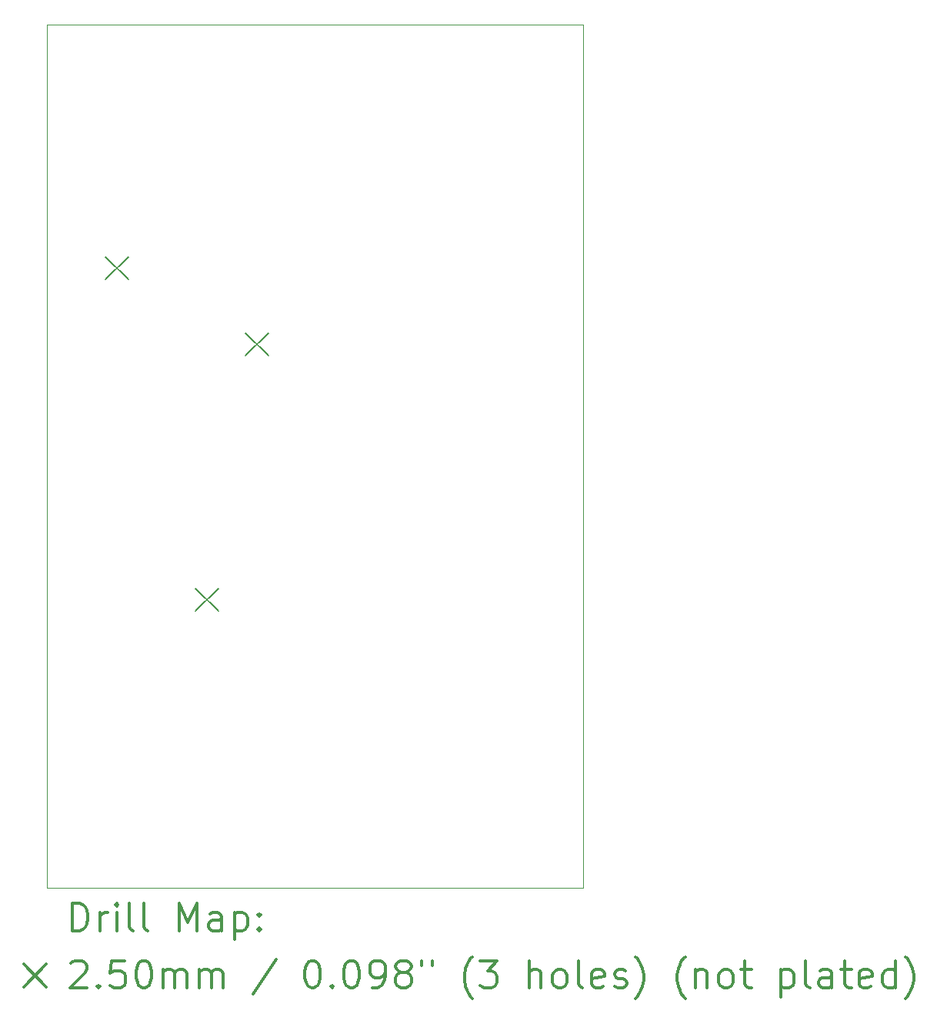
<source format=gbr>
%FSLAX45Y45*%
G04 Gerber Fmt 4.5, Leading zero omitted, Abs format (unit mm)*
G04 Created by KiCad (PCBNEW (5.0.0-rc2-dev)) date Thu Jun 18 08:20:39 2020*
%MOMM*%
%LPD*%
G01*
G04 APERTURE LIST*
%ADD10C,0.100000*%
%ADD11C,0.200000*%
%ADD12C,0.300000*%
G04 APERTURE END LIST*
D10*
X0Y9500000D02*
X0Y0D01*
X5900000Y9500000D02*
X0Y9500000D01*
X5900000Y0D02*
X5900000Y9500000D01*
X0Y0D02*
X5900000Y0D01*
D11*
X1635000Y3295000D02*
X1885000Y3045000D01*
X1885000Y3295000D02*
X1635000Y3045000D01*
X645000Y6945000D02*
X895000Y6695000D01*
X895000Y6945000D02*
X645000Y6695000D01*
X2185000Y6105000D02*
X2435000Y5855000D01*
X2435000Y6105000D02*
X2185000Y5855000D01*
D12*
X281428Y-470714D02*
X281428Y-170714D01*
X352857Y-170714D01*
X395714Y-185000D01*
X424286Y-213571D01*
X438571Y-242143D01*
X452857Y-299286D01*
X452857Y-342143D01*
X438571Y-399286D01*
X424286Y-427857D01*
X395714Y-456429D01*
X352857Y-470714D01*
X281428Y-470714D01*
X581428Y-470714D02*
X581428Y-270714D01*
X581428Y-327857D02*
X595714Y-299286D01*
X610000Y-285000D01*
X638571Y-270714D01*
X667143Y-270714D01*
X767143Y-470714D02*
X767143Y-270714D01*
X767143Y-170714D02*
X752857Y-185000D01*
X767143Y-199286D01*
X781428Y-185000D01*
X767143Y-170714D01*
X767143Y-199286D01*
X952857Y-470714D02*
X924286Y-456429D01*
X910000Y-427857D01*
X910000Y-170714D01*
X1110000Y-470714D02*
X1081428Y-456429D01*
X1067143Y-427857D01*
X1067143Y-170714D01*
X1452857Y-470714D02*
X1452857Y-170714D01*
X1552857Y-385000D01*
X1652857Y-170714D01*
X1652857Y-470714D01*
X1924286Y-470714D02*
X1924286Y-313572D01*
X1910000Y-285000D01*
X1881428Y-270714D01*
X1824286Y-270714D01*
X1795714Y-285000D01*
X1924286Y-456429D02*
X1895714Y-470714D01*
X1824286Y-470714D01*
X1795714Y-456429D01*
X1781428Y-427857D01*
X1781428Y-399286D01*
X1795714Y-370714D01*
X1824286Y-356429D01*
X1895714Y-356429D01*
X1924286Y-342143D01*
X2067143Y-270714D02*
X2067143Y-570714D01*
X2067143Y-285000D02*
X2095714Y-270714D01*
X2152857Y-270714D01*
X2181428Y-285000D01*
X2195714Y-299286D01*
X2210000Y-327857D01*
X2210000Y-413571D01*
X2195714Y-442143D01*
X2181428Y-456429D01*
X2152857Y-470714D01*
X2095714Y-470714D01*
X2067143Y-456429D01*
X2338571Y-442143D02*
X2352857Y-456429D01*
X2338571Y-470714D01*
X2324286Y-456429D01*
X2338571Y-442143D01*
X2338571Y-470714D01*
X2338571Y-285000D02*
X2352857Y-299286D01*
X2338571Y-313572D01*
X2324286Y-299286D01*
X2338571Y-285000D01*
X2338571Y-313572D01*
X-255000Y-840000D02*
X-5000Y-1090000D01*
X-5000Y-840000D02*
X-255000Y-1090000D01*
X267143Y-829286D02*
X281428Y-815000D01*
X310000Y-800714D01*
X381428Y-800714D01*
X410000Y-815000D01*
X424286Y-829286D01*
X438571Y-857857D01*
X438571Y-886429D01*
X424286Y-929286D01*
X252857Y-1100714D01*
X438571Y-1100714D01*
X567143Y-1072143D02*
X581428Y-1086429D01*
X567143Y-1100714D01*
X552857Y-1086429D01*
X567143Y-1072143D01*
X567143Y-1100714D01*
X852857Y-800714D02*
X710000Y-800714D01*
X695714Y-943571D01*
X710000Y-929286D01*
X738571Y-915000D01*
X810000Y-915000D01*
X838571Y-929286D01*
X852857Y-943571D01*
X867143Y-972143D01*
X867143Y-1043571D01*
X852857Y-1072143D01*
X838571Y-1086429D01*
X810000Y-1100714D01*
X738571Y-1100714D01*
X710000Y-1086429D01*
X695714Y-1072143D01*
X1052857Y-800714D02*
X1081428Y-800714D01*
X1110000Y-815000D01*
X1124286Y-829286D01*
X1138571Y-857857D01*
X1152857Y-915000D01*
X1152857Y-986429D01*
X1138571Y-1043571D01*
X1124286Y-1072143D01*
X1110000Y-1086429D01*
X1081428Y-1100714D01*
X1052857Y-1100714D01*
X1024286Y-1086429D01*
X1010000Y-1072143D01*
X995714Y-1043571D01*
X981428Y-986429D01*
X981428Y-915000D01*
X995714Y-857857D01*
X1010000Y-829286D01*
X1024286Y-815000D01*
X1052857Y-800714D01*
X1281428Y-1100714D02*
X1281428Y-900714D01*
X1281428Y-929286D02*
X1295714Y-915000D01*
X1324286Y-900714D01*
X1367143Y-900714D01*
X1395714Y-915000D01*
X1410000Y-943571D01*
X1410000Y-1100714D01*
X1410000Y-943571D02*
X1424286Y-915000D01*
X1452857Y-900714D01*
X1495714Y-900714D01*
X1524286Y-915000D01*
X1538571Y-943571D01*
X1538571Y-1100714D01*
X1681428Y-1100714D02*
X1681428Y-900714D01*
X1681428Y-929286D02*
X1695714Y-915000D01*
X1724286Y-900714D01*
X1767143Y-900714D01*
X1795714Y-915000D01*
X1810000Y-943571D01*
X1810000Y-1100714D01*
X1810000Y-943571D02*
X1824286Y-915000D01*
X1852857Y-900714D01*
X1895714Y-900714D01*
X1924286Y-915000D01*
X1938571Y-943571D01*
X1938571Y-1100714D01*
X2524286Y-786429D02*
X2267143Y-1172143D01*
X2910000Y-800714D02*
X2938571Y-800714D01*
X2967143Y-815000D01*
X2981428Y-829286D01*
X2995714Y-857857D01*
X3010000Y-915000D01*
X3010000Y-986429D01*
X2995714Y-1043571D01*
X2981428Y-1072143D01*
X2967143Y-1086429D01*
X2938571Y-1100714D01*
X2910000Y-1100714D01*
X2881428Y-1086429D01*
X2867143Y-1072143D01*
X2852857Y-1043571D01*
X2838571Y-986429D01*
X2838571Y-915000D01*
X2852857Y-857857D01*
X2867143Y-829286D01*
X2881428Y-815000D01*
X2910000Y-800714D01*
X3138571Y-1072143D02*
X3152857Y-1086429D01*
X3138571Y-1100714D01*
X3124286Y-1086429D01*
X3138571Y-1072143D01*
X3138571Y-1100714D01*
X3338571Y-800714D02*
X3367143Y-800714D01*
X3395714Y-815000D01*
X3410000Y-829286D01*
X3424286Y-857857D01*
X3438571Y-915000D01*
X3438571Y-986429D01*
X3424286Y-1043571D01*
X3410000Y-1072143D01*
X3395714Y-1086429D01*
X3367143Y-1100714D01*
X3338571Y-1100714D01*
X3310000Y-1086429D01*
X3295714Y-1072143D01*
X3281428Y-1043571D01*
X3267143Y-986429D01*
X3267143Y-915000D01*
X3281428Y-857857D01*
X3295714Y-829286D01*
X3310000Y-815000D01*
X3338571Y-800714D01*
X3581428Y-1100714D02*
X3638571Y-1100714D01*
X3667143Y-1086429D01*
X3681428Y-1072143D01*
X3710000Y-1029286D01*
X3724286Y-972143D01*
X3724286Y-857857D01*
X3710000Y-829286D01*
X3695714Y-815000D01*
X3667143Y-800714D01*
X3610000Y-800714D01*
X3581428Y-815000D01*
X3567143Y-829286D01*
X3552857Y-857857D01*
X3552857Y-929286D01*
X3567143Y-957857D01*
X3581428Y-972143D01*
X3610000Y-986429D01*
X3667143Y-986429D01*
X3695714Y-972143D01*
X3710000Y-957857D01*
X3724286Y-929286D01*
X3895714Y-929286D02*
X3867143Y-915000D01*
X3852857Y-900714D01*
X3838571Y-872143D01*
X3838571Y-857857D01*
X3852857Y-829286D01*
X3867143Y-815000D01*
X3895714Y-800714D01*
X3952857Y-800714D01*
X3981428Y-815000D01*
X3995714Y-829286D01*
X4010000Y-857857D01*
X4010000Y-872143D01*
X3995714Y-900714D01*
X3981428Y-915000D01*
X3952857Y-929286D01*
X3895714Y-929286D01*
X3867143Y-943571D01*
X3852857Y-957857D01*
X3838571Y-986429D01*
X3838571Y-1043571D01*
X3852857Y-1072143D01*
X3867143Y-1086429D01*
X3895714Y-1100714D01*
X3952857Y-1100714D01*
X3981428Y-1086429D01*
X3995714Y-1072143D01*
X4010000Y-1043571D01*
X4010000Y-986429D01*
X3995714Y-957857D01*
X3981428Y-943571D01*
X3952857Y-929286D01*
X4124286Y-800714D02*
X4124286Y-857857D01*
X4238571Y-800714D02*
X4238571Y-857857D01*
X4681428Y-1215000D02*
X4667143Y-1200714D01*
X4638571Y-1157857D01*
X4624286Y-1129286D01*
X4610000Y-1086429D01*
X4595714Y-1015000D01*
X4595714Y-957857D01*
X4610000Y-886429D01*
X4624286Y-843571D01*
X4638571Y-815000D01*
X4667143Y-772143D01*
X4681428Y-757857D01*
X4767143Y-800714D02*
X4952857Y-800714D01*
X4852857Y-915000D01*
X4895714Y-915000D01*
X4924286Y-929286D01*
X4938571Y-943571D01*
X4952857Y-972143D01*
X4952857Y-1043571D01*
X4938571Y-1072143D01*
X4924286Y-1086429D01*
X4895714Y-1100714D01*
X4810000Y-1100714D01*
X4781428Y-1086429D01*
X4767143Y-1072143D01*
X5310000Y-1100714D02*
X5310000Y-800714D01*
X5438571Y-1100714D02*
X5438571Y-943571D01*
X5424286Y-915000D01*
X5395714Y-900714D01*
X5352857Y-900714D01*
X5324286Y-915000D01*
X5310000Y-929286D01*
X5624286Y-1100714D02*
X5595714Y-1086429D01*
X5581428Y-1072143D01*
X5567143Y-1043571D01*
X5567143Y-957857D01*
X5581428Y-929286D01*
X5595714Y-915000D01*
X5624286Y-900714D01*
X5667143Y-900714D01*
X5695714Y-915000D01*
X5710000Y-929286D01*
X5724286Y-957857D01*
X5724286Y-1043571D01*
X5710000Y-1072143D01*
X5695714Y-1086429D01*
X5667143Y-1100714D01*
X5624286Y-1100714D01*
X5895714Y-1100714D02*
X5867143Y-1086429D01*
X5852857Y-1057857D01*
X5852857Y-800714D01*
X6124286Y-1086429D02*
X6095714Y-1100714D01*
X6038571Y-1100714D01*
X6010000Y-1086429D01*
X5995714Y-1057857D01*
X5995714Y-943571D01*
X6010000Y-915000D01*
X6038571Y-900714D01*
X6095714Y-900714D01*
X6124286Y-915000D01*
X6138571Y-943571D01*
X6138571Y-972143D01*
X5995714Y-1000714D01*
X6252857Y-1086429D02*
X6281428Y-1100714D01*
X6338571Y-1100714D01*
X6367143Y-1086429D01*
X6381428Y-1057857D01*
X6381428Y-1043571D01*
X6367143Y-1015000D01*
X6338571Y-1000714D01*
X6295714Y-1000714D01*
X6267143Y-986429D01*
X6252857Y-957857D01*
X6252857Y-943571D01*
X6267143Y-915000D01*
X6295714Y-900714D01*
X6338571Y-900714D01*
X6367143Y-915000D01*
X6481428Y-1215000D02*
X6495714Y-1200714D01*
X6524286Y-1157857D01*
X6538571Y-1129286D01*
X6552857Y-1086429D01*
X6567143Y-1015000D01*
X6567143Y-957857D01*
X6552857Y-886429D01*
X6538571Y-843571D01*
X6524286Y-815000D01*
X6495714Y-772143D01*
X6481428Y-757857D01*
X7024286Y-1215000D02*
X7010000Y-1200714D01*
X6981428Y-1157857D01*
X6967143Y-1129286D01*
X6952857Y-1086429D01*
X6938571Y-1015000D01*
X6938571Y-957857D01*
X6952857Y-886429D01*
X6967143Y-843571D01*
X6981428Y-815000D01*
X7010000Y-772143D01*
X7024286Y-757857D01*
X7138571Y-900714D02*
X7138571Y-1100714D01*
X7138571Y-929286D02*
X7152857Y-915000D01*
X7181428Y-900714D01*
X7224286Y-900714D01*
X7252857Y-915000D01*
X7267143Y-943571D01*
X7267143Y-1100714D01*
X7452857Y-1100714D02*
X7424286Y-1086429D01*
X7410000Y-1072143D01*
X7395714Y-1043571D01*
X7395714Y-957857D01*
X7410000Y-929286D01*
X7424286Y-915000D01*
X7452857Y-900714D01*
X7495714Y-900714D01*
X7524286Y-915000D01*
X7538571Y-929286D01*
X7552857Y-957857D01*
X7552857Y-1043571D01*
X7538571Y-1072143D01*
X7524286Y-1086429D01*
X7495714Y-1100714D01*
X7452857Y-1100714D01*
X7638571Y-900714D02*
X7752857Y-900714D01*
X7681428Y-800714D02*
X7681428Y-1057857D01*
X7695714Y-1086429D01*
X7724286Y-1100714D01*
X7752857Y-1100714D01*
X8081428Y-900714D02*
X8081428Y-1200714D01*
X8081428Y-915000D02*
X8110000Y-900714D01*
X8167143Y-900714D01*
X8195714Y-915000D01*
X8210000Y-929286D01*
X8224286Y-957857D01*
X8224286Y-1043571D01*
X8210000Y-1072143D01*
X8195714Y-1086429D01*
X8167143Y-1100714D01*
X8110000Y-1100714D01*
X8081428Y-1086429D01*
X8395714Y-1100714D02*
X8367143Y-1086429D01*
X8352857Y-1057857D01*
X8352857Y-800714D01*
X8638571Y-1100714D02*
X8638571Y-943571D01*
X8624286Y-915000D01*
X8595714Y-900714D01*
X8538571Y-900714D01*
X8510000Y-915000D01*
X8638571Y-1086429D02*
X8610000Y-1100714D01*
X8538571Y-1100714D01*
X8510000Y-1086429D01*
X8495714Y-1057857D01*
X8495714Y-1029286D01*
X8510000Y-1000714D01*
X8538571Y-986429D01*
X8610000Y-986429D01*
X8638571Y-972143D01*
X8738571Y-900714D02*
X8852857Y-900714D01*
X8781428Y-800714D02*
X8781428Y-1057857D01*
X8795714Y-1086429D01*
X8824286Y-1100714D01*
X8852857Y-1100714D01*
X9067143Y-1086429D02*
X9038571Y-1100714D01*
X8981428Y-1100714D01*
X8952857Y-1086429D01*
X8938571Y-1057857D01*
X8938571Y-943571D01*
X8952857Y-915000D01*
X8981428Y-900714D01*
X9038571Y-900714D01*
X9067143Y-915000D01*
X9081428Y-943571D01*
X9081428Y-972143D01*
X8938571Y-1000714D01*
X9338571Y-1100714D02*
X9338571Y-800714D01*
X9338571Y-1086429D02*
X9310000Y-1100714D01*
X9252857Y-1100714D01*
X9224286Y-1086429D01*
X9210000Y-1072143D01*
X9195714Y-1043571D01*
X9195714Y-957857D01*
X9210000Y-929286D01*
X9224286Y-915000D01*
X9252857Y-900714D01*
X9310000Y-900714D01*
X9338571Y-915000D01*
X9452857Y-1215000D02*
X9467143Y-1200714D01*
X9495714Y-1157857D01*
X9510000Y-1129286D01*
X9524286Y-1086429D01*
X9538571Y-1015000D01*
X9538571Y-957857D01*
X9524286Y-886429D01*
X9510000Y-843571D01*
X9495714Y-815000D01*
X9467143Y-772143D01*
X9452857Y-757857D01*
M02*

</source>
